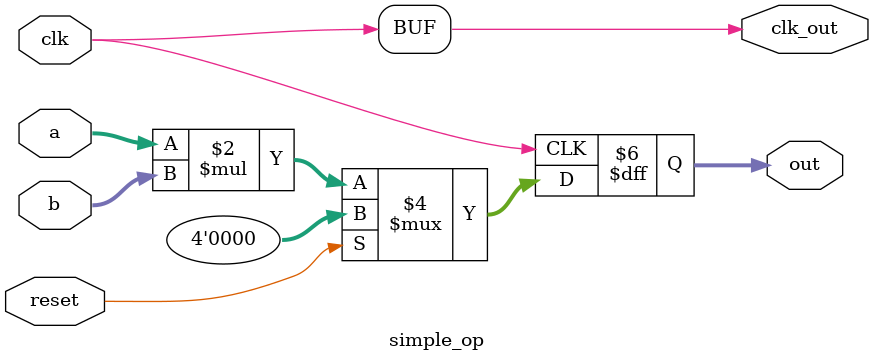
<source format=v>
module simple_op(
    clk,
    reset,
    a,
    b,    
    out,
    clk_out
    );

    input   clk;
    input   reset;
    input   [1:0] a,b;

    output  [3:0] out;
    output  clk_out;

    assign clk_out = clk;

    always @(posedge clk)
    begin
        case(reset)
            1'b0:       out <= a * b;
            default:    out <= 1'b0;
        endcase
    end
endmodule
</source>
